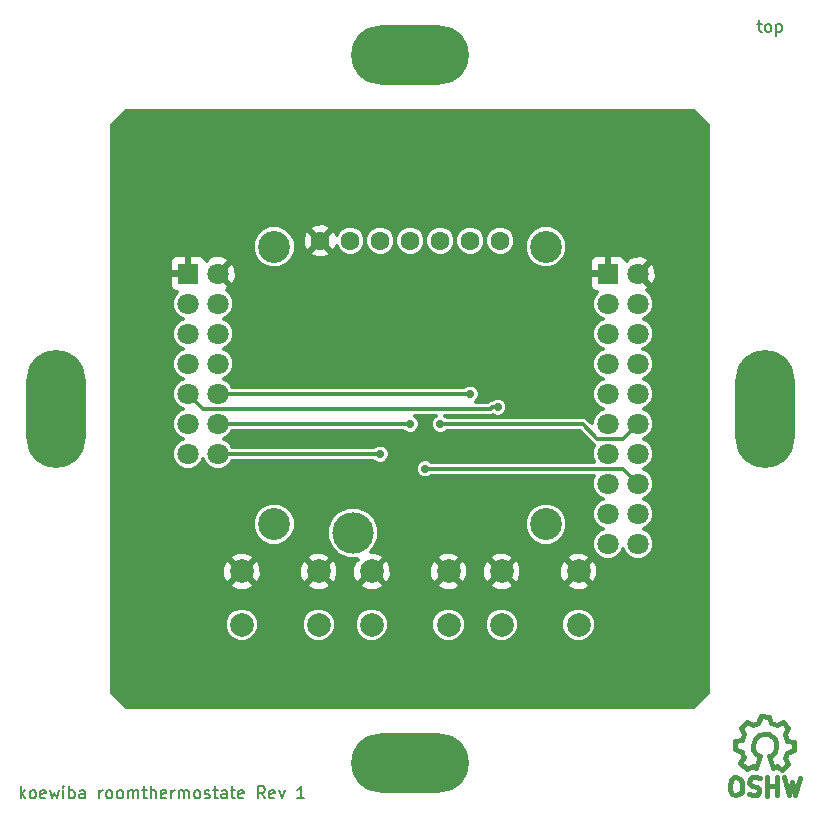
<source format=gbr>
G04 #@! TF.GenerationSoftware,KiCad,Pcbnew,5.0.0-fee4fd1~66~ubuntu16.04.1*
G04 #@! TF.CreationDate,2018-09-19T21:37:51+02:00*
G04 #@! TF.ProjectId,roomthermostat,726F6F6D746865726D6F737461742E6B,1*
G04 #@! TF.SameCoordinates,Original*
G04 #@! TF.FileFunction,Copper,L1,Top,Signal*
G04 #@! TF.FilePolarity,Positive*
%FSLAX46Y46*%
G04 Gerber Fmt 4.6, Leading zero omitted, Abs format (unit mm)*
G04 Created by KiCad (PCBNEW 5.0.0-fee4fd1~66~ubuntu16.04.1) date Wed Sep 19 21:37:51 2018*
%MOMM*%
%LPD*%
G01*
G04 APERTURE LIST*
G04 #@! TA.AperFunction,NonConductor*
%ADD10C,0.200000*%
G04 #@! TD*
G04 #@! TA.AperFunction,EtchedComponent*
%ADD11C,0.381000*%
G04 #@! TD*
G04 #@! TA.AperFunction,ComponentPad*
%ADD12C,1.800000*%
G04 #@! TD*
G04 #@! TA.AperFunction,ComponentPad*
%ADD13R,1.800000X1.800000*%
G04 #@! TD*
G04 #@! TA.AperFunction,ComponentPad*
%ADD14C,3.500000*%
G04 #@! TD*
G04 #@! TA.AperFunction,ComponentPad*
%ADD15O,10.000000X5.001260*%
G04 #@! TD*
G04 #@! TA.AperFunction,ComponentPad*
%ADD16O,5.001260X10.000000*%
G04 #@! TD*
G04 #@! TA.AperFunction,ComponentPad*
%ADD17C,2.700000*%
G04 #@! TD*
G04 #@! TA.AperFunction,ComponentPad*
%ADD18C,1.600000*%
G04 #@! TD*
G04 #@! TA.AperFunction,ComponentPad*
%ADD19C,2.000000*%
G04 #@! TD*
G04 #@! TA.AperFunction,ViaPad*
%ADD20C,0.700000*%
G04 #@! TD*
G04 #@! TA.AperFunction,Conductor*
%ADD21C,0.300000*%
G04 #@! TD*
G04 APERTURE END LIST*
D10*
X126299761Y-67770714D02*
X126680714Y-67770714D01*
X126442619Y-67437380D02*
X126442619Y-68294523D01*
X126490238Y-68389761D01*
X126585476Y-68437380D01*
X126680714Y-68437380D01*
X127156904Y-68437380D02*
X127061666Y-68389761D01*
X127014047Y-68342142D01*
X126966428Y-68246904D01*
X126966428Y-67961190D01*
X127014047Y-67865952D01*
X127061666Y-67818333D01*
X127156904Y-67770714D01*
X127299761Y-67770714D01*
X127395000Y-67818333D01*
X127442619Y-67865952D01*
X127490238Y-67961190D01*
X127490238Y-68246904D01*
X127442619Y-68342142D01*
X127395000Y-68389761D01*
X127299761Y-68437380D01*
X127156904Y-68437380D01*
X127918809Y-67770714D02*
X127918809Y-68770714D01*
X127918809Y-67818333D02*
X128014047Y-67770714D01*
X128204523Y-67770714D01*
X128299761Y-67818333D01*
X128347380Y-67865952D01*
X128395000Y-67961190D01*
X128395000Y-68246904D01*
X128347380Y-68342142D01*
X128299761Y-68389761D01*
X128204523Y-68437380D01*
X128014047Y-68437380D01*
X127918809Y-68389761D01*
X63938809Y-133322380D02*
X63938809Y-132322380D01*
X64034047Y-132941428D02*
X64319761Y-133322380D01*
X64319761Y-132655714D02*
X63938809Y-133036666D01*
X64891190Y-133322380D02*
X64795952Y-133274761D01*
X64748333Y-133227142D01*
X64700714Y-133131904D01*
X64700714Y-132846190D01*
X64748333Y-132750952D01*
X64795952Y-132703333D01*
X64891190Y-132655714D01*
X65034047Y-132655714D01*
X65129285Y-132703333D01*
X65176904Y-132750952D01*
X65224523Y-132846190D01*
X65224523Y-133131904D01*
X65176904Y-133227142D01*
X65129285Y-133274761D01*
X65034047Y-133322380D01*
X64891190Y-133322380D01*
X66034047Y-133274761D02*
X65938809Y-133322380D01*
X65748333Y-133322380D01*
X65653095Y-133274761D01*
X65605476Y-133179523D01*
X65605476Y-132798571D01*
X65653095Y-132703333D01*
X65748333Y-132655714D01*
X65938809Y-132655714D01*
X66034047Y-132703333D01*
X66081666Y-132798571D01*
X66081666Y-132893809D01*
X65605476Y-132989047D01*
X66415000Y-132655714D02*
X66605476Y-133322380D01*
X66795952Y-132846190D01*
X66986428Y-133322380D01*
X67176904Y-132655714D01*
X67557857Y-133322380D02*
X67557857Y-132655714D01*
X67557857Y-132322380D02*
X67510238Y-132370000D01*
X67557857Y-132417619D01*
X67605476Y-132370000D01*
X67557857Y-132322380D01*
X67557857Y-132417619D01*
X68034047Y-133322380D02*
X68034047Y-132322380D01*
X68034047Y-132703333D02*
X68129285Y-132655714D01*
X68319761Y-132655714D01*
X68415000Y-132703333D01*
X68462619Y-132750952D01*
X68510238Y-132846190D01*
X68510238Y-133131904D01*
X68462619Y-133227142D01*
X68415000Y-133274761D01*
X68319761Y-133322380D01*
X68129285Y-133322380D01*
X68034047Y-133274761D01*
X69367380Y-133322380D02*
X69367380Y-132798571D01*
X69319761Y-132703333D01*
X69224523Y-132655714D01*
X69034047Y-132655714D01*
X68938809Y-132703333D01*
X69367380Y-133274761D02*
X69272142Y-133322380D01*
X69034047Y-133322380D01*
X68938809Y-133274761D01*
X68891190Y-133179523D01*
X68891190Y-133084285D01*
X68938809Y-132989047D01*
X69034047Y-132941428D01*
X69272142Y-132941428D01*
X69367380Y-132893809D01*
X70605476Y-133322380D02*
X70605476Y-132655714D01*
X70605476Y-132846190D02*
X70653095Y-132750952D01*
X70700714Y-132703333D01*
X70795952Y-132655714D01*
X70891190Y-132655714D01*
X71367380Y-133322380D02*
X71272142Y-133274761D01*
X71224523Y-133227142D01*
X71176904Y-133131904D01*
X71176904Y-132846190D01*
X71224523Y-132750952D01*
X71272142Y-132703333D01*
X71367380Y-132655714D01*
X71510238Y-132655714D01*
X71605476Y-132703333D01*
X71653095Y-132750952D01*
X71700714Y-132846190D01*
X71700714Y-133131904D01*
X71653095Y-133227142D01*
X71605476Y-133274761D01*
X71510238Y-133322380D01*
X71367380Y-133322380D01*
X72272142Y-133322380D02*
X72176904Y-133274761D01*
X72129285Y-133227142D01*
X72081666Y-133131904D01*
X72081666Y-132846190D01*
X72129285Y-132750952D01*
X72176904Y-132703333D01*
X72272142Y-132655714D01*
X72415000Y-132655714D01*
X72510238Y-132703333D01*
X72557857Y-132750952D01*
X72605476Y-132846190D01*
X72605476Y-133131904D01*
X72557857Y-133227142D01*
X72510238Y-133274761D01*
X72415000Y-133322380D01*
X72272142Y-133322380D01*
X73034047Y-133322380D02*
X73034047Y-132655714D01*
X73034047Y-132750952D02*
X73081666Y-132703333D01*
X73176904Y-132655714D01*
X73319761Y-132655714D01*
X73415000Y-132703333D01*
X73462619Y-132798571D01*
X73462619Y-133322380D01*
X73462619Y-132798571D02*
X73510238Y-132703333D01*
X73605476Y-132655714D01*
X73748333Y-132655714D01*
X73843571Y-132703333D01*
X73891190Y-132798571D01*
X73891190Y-133322380D01*
X74224523Y-132655714D02*
X74605476Y-132655714D01*
X74367380Y-132322380D02*
X74367380Y-133179523D01*
X74415000Y-133274761D01*
X74510238Y-133322380D01*
X74605476Y-133322380D01*
X74938809Y-133322380D02*
X74938809Y-132322380D01*
X75367380Y-133322380D02*
X75367380Y-132798571D01*
X75319761Y-132703333D01*
X75224523Y-132655714D01*
X75081666Y-132655714D01*
X74986428Y-132703333D01*
X74938809Y-132750952D01*
X76224523Y-133274761D02*
X76129285Y-133322380D01*
X75938809Y-133322380D01*
X75843571Y-133274761D01*
X75795952Y-133179523D01*
X75795952Y-132798571D01*
X75843571Y-132703333D01*
X75938809Y-132655714D01*
X76129285Y-132655714D01*
X76224523Y-132703333D01*
X76272142Y-132798571D01*
X76272142Y-132893809D01*
X75795952Y-132989047D01*
X76700714Y-133322380D02*
X76700714Y-132655714D01*
X76700714Y-132846190D02*
X76748333Y-132750952D01*
X76795952Y-132703333D01*
X76891190Y-132655714D01*
X76986428Y-132655714D01*
X77319761Y-133322380D02*
X77319761Y-132655714D01*
X77319761Y-132750952D02*
X77367380Y-132703333D01*
X77462619Y-132655714D01*
X77605476Y-132655714D01*
X77700714Y-132703333D01*
X77748333Y-132798571D01*
X77748333Y-133322380D01*
X77748333Y-132798571D02*
X77795952Y-132703333D01*
X77891190Y-132655714D01*
X78034047Y-132655714D01*
X78129285Y-132703333D01*
X78176904Y-132798571D01*
X78176904Y-133322380D01*
X78795952Y-133322380D02*
X78700714Y-133274761D01*
X78653095Y-133227142D01*
X78605476Y-133131904D01*
X78605476Y-132846190D01*
X78653095Y-132750952D01*
X78700714Y-132703333D01*
X78795952Y-132655714D01*
X78938809Y-132655714D01*
X79034047Y-132703333D01*
X79081666Y-132750952D01*
X79129285Y-132846190D01*
X79129285Y-133131904D01*
X79081666Y-133227142D01*
X79034047Y-133274761D01*
X78938809Y-133322380D01*
X78795952Y-133322380D01*
X79510238Y-133274761D02*
X79605476Y-133322380D01*
X79795952Y-133322380D01*
X79891190Y-133274761D01*
X79938809Y-133179523D01*
X79938809Y-133131904D01*
X79891190Y-133036666D01*
X79795952Y-132989047D01*
X79653095Y-132989047D01*
X79557857Y-132941428D01*
X79510238Y-132846190D01*
X79510238Y-132798571D01*
X79557857Y-132703333D01*
X79653095Y-132655714D01*
X79795952Y-132655714D01*
X79891190Y-132703333D01*
X80224523Y-132655714D02*
X80605476Y-132655714D01*
X80367380Y-132322380D02*
X80367380Y-133179523D01*
X80415000Y-133274761D01*
X80510238Y-133322380D01*
X80605476Y-133322380D01*
X81367380Y-133322380D02*
X81367380Y-132798571D01*
X81319761Y-132703333D01*
X81224523Y-132655714D01*
X81034047Y-132655714D01*
X80938809Y-132703333D01*
X81367380Y-133274761D02*
X81272142Y-133322380D01*
X81034047Y-133322380D01*
X80938809Y-133274761D01*
X80891190Y-133179523D01*
X80891190Y-133084285D01*
X80938809Y-132989047D01*
X81034047Y-132941428D01*
X81272142Y-132941428D01*
X81367380Y-132893809D01*
X81700714Y-132655714D02*
X82081666Y-132655714D01*
X81843571Y-132322380D02*
X81843571Y-133179523D01*
X81891190Y-133274761D01*
X81986428Y-133322380D01*
X82081666Y-133322380D01*
X82795952Y-133274761D02*
X82700714Y-133322380D01*
X82510238Y-133322380D01*
X82415000Y-133274761D01*
X82367380Y-133179523D01*
X82367380Y-132798571D01*
X82415000Y-132703333D01*
X82510238Y-132655714D01*
X82700714Y-132655714D01*
X82795952Y-132703333D01*
X82843571Y-132798571D01*
X82843571Y-132893809D01*
X82367380Y-132989047D01*
X84605476Y-133322380D02*
X84272142Y-132846190D01*
X84034047Y-133322380D02*
X84034047Y-132322380D01*
X84415000Y-132322380D01*
X84510238Y-132370000D01*
X84557857Y-132417619D01*
X84605476Y-132512857D01*
X84605476Y-132655714D01*
X84557857Y-132750952D01*
X84510238Y-132798571D01*
X84415000Y-132846190D01*
X84034047Y-132846190D01*
X85415000Y-133274761D02*
X85319761Y-133322380D01*
X85129285Y-133322380D01*
X85034047Y-133274761D01*
X84986428Y-133179523D01*
X84986428Y-132798571D01*
X85034047Y-132703333D01*
X85129285Y-132655714D01*
X85319761Y-132655714D01*
X85415000Y-132703333D01*
X85462619Y-132798571D01*
X85462619Y-132893809D01*
X84986428Y-132989047D01*
X85795952Y-132655714D02*
X86034047Y-133322380D01*
X86272142Y-132655714D01*
X87938809Y-133322380D02*
X87367380Y-133322380D01*
X87653095Y-133322380D02*
X87653095Y-132322380D01*
X87557857Y-132465238D01*
X87462619Y-132560476D01*
X87367380Y-132608095D01*
D11*
G04 #@! TO.C,LOGO1*
X128583780Y-131559860D02*
X128944460Y-133030520D01*
X128944460Y-133030520D02*
X129223860Y-131968800D01*
X129223860Y-131968800D02*
X129533740Y-133040680D01*
X129533740Y-133040680D02*
X129874100Y-131590340D01*
X127163920Y-132250740D02*
X127953860Y-132240580D01*
X127953860Y-132240580D02*
X127964020Y-132250740D01*
X127964020Y-132250740D02*
X127964020Y-132240580D01*
X128004660Y-131529380D02*
X128004660Y-133071160D01*
X127115660Y-131519220D02*
X127115660Y-133088940D01*
X127115660Y-133088940D02*
X127125820Y-133078780D01*
X126564480Y-131620820D02*
X126213960Y-131539540D01*
X126213960Y-131539540D02*
X125893920Y-131529380D01*
X125893920Y-131529380D02*
X125655160Y-131730040D01*
X125655160Y-131730040D02*
X125624680Y-131999280D01*
X125624680Y-131999280D02*
X125865980Y-132240580D01*
X125865980Y-132240580D02*
X126254600Y-132370120D01*
X126254600Y-132370120D02*
X126434940Y-132530140D01*
X126434940Y-132530140D02*
X126475580Y-132829860D01*
X126475580Y-132829860D02*
X126244440Y-133050840D01*
X126244440Y-133050840D02*
X125924400Y-133078780D01*
X125924400Y-133078780D02*
X125573880Y-132969560D01*
X124535020Y-131519220D02*
X124286100Y-131539540D01*
X124286100Y-131539540D02*
X124044800Y-131780840D01*
X124044800Y-131780840D02*
X123955900Y-132271060D01*
X123955900Y-132271060D02*
X123983840Y-132619040D01*
X123983840Y-132619040D02*
X124184500Y-132939080D01*
X124184500Y-132939080D02*
X124435960Y-133061000D01*
X124435960Y-133061000D02*
X124745840Y-132989880D01*
X124745840Y-132989880D02*
X124964280Y-132809540D01*
X124964280Y-132809540D02*
X125035400Y-132349800D01*
X125035400Y-132349800D02*
X124984600Y-131940860D01*
X124984600Y-131940860D02*
X124875380Y-131658920D01*
X124875380Y-131658920D02*
X124514700Y-131529380D01*
X125134460Y-129799640D02*
X124875380Y-130360980D01*
X124875380Y-130360980D02*
X125413860Y-130879140D01*
X125413860Y-130879140D02*
X125934560Y-130609900D01*
X125934560Y-130609900D02*
X126213960Y-130769920D01*
X127654140Y-130749600D02*
X127984340Y-130559100D01*
X127984340Y-130559100D02*
X128423760Y-130889300D01*
X128423760Y-130889300D02*
X128896200Y-130399080D01*
X128896200Y-130399080D02*
X128614260Y-129919020D01*
X128614260Y-129919020D02*
X128804760Y-129449120D01*
X128804760Y-129449120D02*
X129414360Y-129261160D01*
X129414360Y-129261160D02*
X129414360Y-128580440D01*
X129414360Y-128580440D02*
X128855560Y-128440740D01*
X128855560Y-128440740D02*
X128654900Y-127869240D01*
X128654900Y-127869240D02*
X128924140Y-127399340D01*
X128924140Y-127399340D02*
X128454240Y-126888800D01*
X128454240Y-126888800D02*
X127936080Y-127150420D01*
X127936080Y-127150420D02*
X127466180Y-126949760D01*
X127466180Y-126949760D02*
X127296000Y-126408740D01*
X127296000Y-126408740D02*
X126605120Y-126390960D01*
X126605120Y-126390960D02*
X126394300Y-126939600D01*
X126394300Y-126939600D02*
X125975200Y-127109780D01*
X125975200Y-127109780D02*
X125424020Y-126840540D01*
X125424020Y-126840540D02*
X124905860Y-127368860D01*
X124905860Y-127368860D02*
X125154780Y-127909880D01*
X125154780Y-127909880D02*
X124984600Y-128389940D01*
X124984600Y-128389940D02*
X124435960Y-128489000D01*
X124435960Y-128489000D02*
X124425800Y-129190040D01*
X124425800Y-129190040D02*
X124984600Y-129390700D01*
X124984600Y-129390700D02*
X125124300Y-129789480D01*
X127265520Y-129769160D02*
X127565240Y-129619300D01*
X127565240Y-129619300D02*
X127765900Y-129421180D01*
X127765900Y-129421180D02*
X127915760Y-129019860D01*
X127915760Y-129019860D02*
X127915760Y-128621080D01*
X127915760Y-128621080D02*
X127765900Y-128270560D01*
X127765900Y-128270560D02*
X127313780Y-127920040D01*
X127313780Y-127920040D02*
X126864200Y-127869240D01*
X126864200Y-127869240D02*
X126465420Y-127970840D01*
X126465420Y-127970840D02*
X126064100Y-128318820D01*
X126064100Y-128318820D02*
X125914240Y-128770940D01*
X125914240Y-128770940D02*
X125965040Y-129268780D01*
X125965040Y-129268780D02*
X126213960Y-129571040D01*
X126213960Y-129571040D02*
X126564480Y-129769160D01*
X126564480Y-129769160D02*
X126213960Y-130769920D01*
X127265520Y-129769160D02*
X127664300Y-130769920D01*
G04 #@! TD*
D12*
G04 #@! TO.P,MOD1,34*
G04 #@! TO.N,/DISP_SCK*
X80645000Y-104140000D03*
G04 #@! TO.P,MOD1,33*
G04 #@! TO.N,N/C*
X78105000Y-104140000D03*
G04 #@! TO.P,MOD1,32*
G04 #@! TO.N,/DISP_MOSI*
X80645000Y-101600000D03*
G04 #@! TO.P,MOD1,31*
G04 #@! TO.N,N/C*
X78105000Y-101600000D03*
G04 #@! TO.P,MOD1,30*
G04 #@! TO.N,/DISP_A0*
X80645000Y-99060000D03*
G04 #@! TO.P,MOD1,29*
G04 #@! TO.N,//DISP_CS*
X78105000Y-99060000D03*
G04 #@! TO.P,MOD1,28*
G04 #@! TO.N,N/C*
X80645000Y-96520000D03*
G04 #@! TO.P,MOD1,27*
X78105000Y-96520000D03*
G04 #@! TO.P,MOD1,26*
X80645000Y-93980000D03*
G04 #@! TO.P,MOD1,25*
X78105000Y-93980000D03*
G04 #@! TO.P,MOD1,24*
G04 #@! TO.N,VCC*
X80645000Y-91440000D03*
G04 #@! TO.P,MOD1,23*
X78105000Y-91440000D03*
G04 #@! TO.P,MOD1,22*
G04 #@! TO.N,GND*
X80645000Y-88900000D03*
D13*
G04 #@! TO.P,MOD1,21*
X78105000Y-88900000D03*
D12*
G04 #@! TO.P,MOD1,20*
G04 #@! TO.N,N/C*
X116205000Y-111790000D03*
G04 #@! TO.P,MOD1,19*
X113665000Y-111760000D03*
G04 #@! TO.P,MOD1,18*
X116205000Y-109250000D03*
G04 #@! TO.P,MOD1,17*
X113665000Y-109220000D03*
G04 #@! TO.P,MOD1,16*
G04 #@! TO.N,/TEMP*
X116205000Y-106710000D03*
G04 #@! TO.P,MOD1,15*
G04 #@! TO.N,N/C*
X113665000Y-106680000D03*
G04 #@! TO.P,MOD1,14*
X116205000Y-104170000D03*
G04 #@! TO.P,MOD1,13*
X113665000Y-104140000D03*
G04 #@! TO.P,MOD1,12*
G04 #@! TO.N,//RESET*
X116205000Y-101630000D03*
G04 #@! TO.P,MOD1,11*
G04 #@! TO.N,N/C*
X113665000Y-101600000D03*
G04 #@! TO.P,MOD1,10*
X116205000Y-99090000D03*
G04 #@! TO.P,MOD1,9*
X113665000Y-99060000D03*
G04 #@! TO.P,MOD1,8*
G04 #@! TO.N,/KEY2*
X116205000Y-96550000D03*
G04 #@! TO.P,MOD1,7*
G04 #@! TO.N,N/C*
X113665000Y-96520000D03*
G04 #@! TO.P,MOD1,6*
G04 #@! TO.N,/KEY0*
X116205000Y-93980000D03*
G04 #@! TO.P,MOD1,5*
G04 #@! TO.N,/KEY1*
X113665000Y-93980000D03*
G04 #@! TO.P,MOD1,4*
G04 #@! TO.N,VCC*
X116205000Y-91470000D03*
G04 #@! TO.P,MOD1,3*
X113665000Y-91440000D03*
G04 #@! TO.P,MOD1,2*
G04 #@! TO.N,GND*
X116205000Y-88930000D03*
D13*
G04 #@! TO.P,MOD1,1*
X113665000Y-88900000D03*
D14*
G04 #@! TO.P,MOD1,41*
G04 #@! TO.N,N/C*
X92075000Y-110840000D03*
G04 #@! TD*
D15*
G04 #@! TO.P,H1,1*
G04 #@! TO.N,N/C*
X96915000Y-70370000D03*
G04 #@! TD*
D16*
G04 #@! TO.P,H4,1*
G04 #@! TO.N,N/C*
X66915000Y-100370000D03*
G04 #@! TD*
G04 #@! TO.P,H2,1*
G04 #@! TO.N,N/C*
X126915000Y-100370000D03*
G04 #@! TD*
D15*
G04 #@! TO.P,H3,1*
G04 #@! TO.N,N/C*
X96915000Y-130370000D03*
G04 #@! TD*
D17*
G04 #@! TO.P,MOD2,H*
G04 #@! TO.N,N/C*
X108415000Y-86620000D03*
X85415000Y-86620000D03*
X85415000Y-110120000D03*
X108415000Y-110120000D03*
D18*
G04 #@! TO.P,MOD2,4*
G04 #@! TO.N,/DISP_MOSI*
X96915000Y-86120000D03*
G04 #@! TO.P,MOD2,5*
G04 #@! TO.N,//RESET*
X99455000Y-86120000D03*
G04 #@! TO.P,MOD2,6*
G04 #@! TO.N,/DISP_A0*
X101995000Y-86120000D03*
G04 #@! TO.P,MOD2,7*
G04 #@! TO.N,//DISP_CS*
X104535000Y-86120000D03*
G04 #@! TO.P,MOD2,3*
G04 #@! TO.N,/DISP_SCK*
X94375000Y-86120000D03*
G04 #@! TO.P,MOD2,2*
G04 #@! TO.N,VCC*
X91835000Y-86120000D03*
G04 #@! TO.P,MOD2,1*
G04 #@! TO.N,GND*
X89295000Y-86120000D03*
G04 #@! TD*
D19*
G04 #@! TO.P,S1,1*
G04 #@! TO.N,GND*
X82665000Y-114120000D03*
G04 #@! TO.P,S1,2*
G04 #@! TO.N,/KEY0*
X82665000Y-118620000D03*
G04 #@! TO.P,S1,1*
G04 #@! TO.N,GND*
X89165000Y-114120000D03*
G04 #@! TO.P,S1,2*
G04 #@! TO.N,/KEY0*
X89165000Y-118620000D03*
G04 #@! TD*
G04 #@! TO.P,S2,1*
G04 #@! TO.N,GND*
X93665000Y-114120000D03*
G04 #@! TO.P,S2,2*
G04 #@! TO.N,/KEY1*
X93665000Y-118620000D03*
G04 #@! TO.P,S2,1*
G04 #@! TO.N,GND*
X100165000Y-114120000D03*
G04 #@! TO.P,S2,2*
G04 #@! TO.N,/KEY1*
X100165000Y-118620000D03*
G04 #@! TD*
G04 #@! TO.P,S3,1*
G04 #@! TO.N,GND*
X104665000Y-114120000D03*
G04 #@! TO.P,S3,2*
G04 #@! TO.N,/KEY2*
X104665000Y-118620000D03*
G04 #@! TO.P,S3,1*
G04 #@! TO.N,GND*
X111165000Y-114120000D03*
G04 #@! TO.P,S3,2*
G04 #@! TO.N,/KEY2*
X111165000Y-118620000D03*
G04 #@! TD*
D20*
G04 #@! TO.N,GND*
X95010000Y-79415000D03*
G04 #@! TO.N,/DISP_SCK*
X94375000Y-104180000D03*
G04 #@! TO.N,/DISP_MOSI*
X96915000Y-101640000D03*
G04 #@! TO.N,/DISP_A0*
X101995000Y-99100000D03*
G04 #@! TO.N,//DISP_CS*
X104345123Y-100204913D03*
G04 #@! TO.N,/TEMP*
X98186960Y-105434291D03*
G04 #@! TO.N,//RESET*
X99455000Y-101640000D03*
G04 #@! TD*
D21*
G04 #@! TO.N,/DISP_SCK*
X80645000Y-104140000D02*
X94335000Y-104140000D01*
X94335000Y-104140000D02*
X94375000Y-104180000D01*
G04 #@! TO.N,/DISP_MOSI*
X80645000Y-101600000D02*
X96875000Y-101600000D01*
X96875000Y-101600000D02*
X96915000Y-101640000D01*
G04 #@! TO.N,/DISP_A0*
X80645000Y-99060000D02*
X101955000Y-99060000D01*
X101955000Y-99060000D02*
X101995000Y-99100000D01*
G04 #@! TO.N,//DISP_CS*
X103850149Y-100204913D02*
X104345123Y-100204913D01*
X103724188Y-100330874D02*
X103850149Y-100204913D01*
X79375874Y-100330874D02*
X103724188Y-100330874D01*
X78105000Y-99060000D02*
X79375874Y-100330874D01*
G04 #@! TO.N,/TEMP*
X98681934Y-105434291D02*
X98186960Y-105434291D01*
X98691746Y-105424479D02*
X98681934Y-105434291D01*
X114919479Y-105424479D02*
X98691746Y-105424479D01*
X116205000Y-106710000D02*
X114919479Y-105424479D01*
G04 #@! TO.N,//RESET*
X99455000Y-101640000D02*
X111520000Y-101640000D01*
X111520000Y-101640000D02*
X112744822Y-102864822D01*
X112744822Y-102864822D02*
X114970178Y-102864822D01*
X114970178Y-102864822D02*
X116205000Y-101630000D01*
G04 #@! TD*
G04 #@! TO.N,GND*
G36*
X122165000Y-76302132D02*
X122165000Y-124437868D01*
X120982868Y-125620000D01*
X72847132Y-125620000D01*
X71665000Y-124437868D01*
X71665000Y-118331577D01*
X81215000Y-118331577D01*
X81215000Y-118908423D01*
X81435750Y-119441359D01*
X81843641Y-119849250D01*
X82376577Y-120070000D01*
X82953423Y-120070000D01*
X83486359Y-119849250D01*
X83894250Y-119441359D01*
X84115000Y-118908423D01*
X84115000Y-118331577D01*
X87715000Y-118331577D01*
X87715000Y-118908423D01*
X87935750Y-119441359D01*
X88343641Y-119849250D01*
X88876577Y-120070000D01*
X89453423Y-120070000D01*
X89986359Y-119849250D01*
X90394250Y-119441359D01*
X90615000Y-118908423D01*
X90615000Y-118331577D01*
X92215000Y-118331577D01*
X92215000Y-118908423D01*
X92435750Y-119441359D01*
X92843641Y-119849250D01*
X93376577Y-120070000D01*
X93953423Y-120070000D01*
X94486359Y-119849250D01*
X94894250Y-119441359D01*
X95115000Y-118908423D01*
X95115000Y-118331577D01*
X98715000Y-118331577D01*
X98715000Y-118908423D01*
X98935750Y-119441359D01*
X99343641Y-119849250D01*
X99876577Y-120070000D01*
X100453423Y-120070000D01*
X100986359Y-119849250D01*
X101394250Y-119441359D01*
X101615000Y-118908423D01*
X101615000Y-118331577D01*
X103215000Y-118331577D01*
X103215000Y-118908423D01*
X103435750Y-119441359D01*
X103843641Y-119849250D01*
X104376577Y-120070000D01*
X104953423Y-120070000D01*
X105486359Y-119849250D01*
X105894250Y-119441359D01*
X106115000Y-118908423D01*
X106115000Y-118331577D01*
X109715000Y-118331577D01*
X109715000Y-118908423D01*
X109935750Y-119441359D01*
X110343641Y-119849250D01*
X110876577Y-120070000D01*
X111453423Y-120070000D01*
X111986359Y-119849250D01*
X112394250Y-119441359D01*
X112615000Y-118908423D01*
X112615000Y-118331577D01*
X112394250Y-117798641D01*
X111986359Y-117390750D01*
X111453423Y-117170000D01*
X110876577Y-117170000D01*
X110343641Y-117390750D01*
X109935750Y-117798641D01*
X109715000Y-118331577D01*
X106115000Y-118331577D01*
X105894250Y-117798641D01*
X105486359Y-117390750D01*
X104953423Y-117170000D01*
X104376577Y-117170000D01*
X103843641Y-117390750D01*
X103435750Y-117798641D01*
X103215000Y-118331577D01*
X101615000Y-118331577D01*
X101394250Y-117798641D01*
X100986359Y-117390750D01*
X100453423Y-117170000D01*
X99876577Y-117170000D01*
X99343641Y-117390750D01*
X98935750Y-117798641D01*
X98715000Y-118331577D01*
X95115000Y-118331577D01*
X94894250Y-117798641D01*
X94486359Y-117390750D01*
X93953423Y-117170000D01*
X93376577Y-117170000D01*
X92843641Y-117390750D01*
X92435750Y-117798641D01*
X92215000Y-118331577D01*
X90615000Y-118331577D01*
X90394250Y-117798641D01*
X89986359Y-117390750D01*
X89453423Y-117170000D01*
X88876577Y-117170000D01*
X88343641Y-117390750D01*
X87935750Y-117798641D01*
X87715000Y-118331577D01*
X84115000Y-118331577D01*
X83894250Y-117798641D01*
X83486359Y-117390750D01*
X82953423Y-117170000D01*
X82376577Y-117170000D01*
X81843641Y-117390750D01*
X81435750Y-117798641D01*
X81215000Y-118331577D01*
X71665000Y-118331577D01*
X71665000Y-115270063D01*
X81662016Y-115270063D01*
X81757379Y-115546168D01*
X82372239Y-115784939D01*
X83031668Y-115770238D01*
X83572621Y-115546168D01*
X83667984Y-115270063D01*
X88162016Y-115270063D01*
X88257379Y-115546168D01*
X88872239Y-115784939D01*
X89531668Y-115770238D01*
X90072621Y-115546168D01*
X90167984Y-115270063D01*
X92662016Y-115270063D01*
X92757379Y-115546168D01*
X93372239Y-115784939D01*
X94031668Y-115770238D01*
X94572621Y-115546168D01*
X94667984Y-115270063D01*
X99162016Y-115270063D01*
X99257379Y-115546168D01*
X99872239Y-115784939D01*
X100531668Y-115770238D01*
X101072621Y-115546168D01*
X101167984Y-115270063D01*
X103662016Y-115270063D01*
X103757379Y-115546168D01*
X104372239Y-115784939D01*
X105031668Y-115770238D01*
X105572621Y-115546168D01*
X105667984Y-115270063D01*
X110162016Y-115270063D01*
X110257379Y-115546168D01*
X110872239Y-115784939D01*
X111531668Y-115770238D01*
X112072621Y-115546168D01*
X112167984Y-115270063D01*
X111165000Y-114267078D01*
X110162016Y-115270063D01*
X105667984Y-115270063D01*
X104665000Y-114267078D01*
X103662016Y-115270063D01*
X101167984Y-115270063D01*
X100165000Y-114267078D01*
X99162016Y-115270063D01*
X94667984Y-115270063D01*
X93665000Y-114267078D01*
X92662016Y-115270063D01*
X90167984Y-115270063D01*
X89165000Y-114267078D01*
X88162016Y-115270063D01*
X83667984Y-115270063D01*
X82665000Y-114267078D01*
X81662016Y-115270063D01*
X71665000Y-115270063D01*
X71665000Y-113827239D01*
X81000061Y-113827239D01*
X81014762Y-114486668D01*
X81238832Y-115027621D01*
X81514937Y-115122984D01*
X82517922Y-114120000D01*
X82812078Y-114120000D01*
X83815063Y-115122984D01*
X84091168Y-115027621D01*
X84329939Y-114412761D01*
X84316886Y-113827239D01*
X87500061Y-113827239D01*
X87514762Y-114486668D01*
X87738832Y-115027621D01*
X88014937Y-115122984D01*
X89017922Y-114120000D01*
X89312078Y-114120000D01*
X90315063Y-115122984D01*
X90591168Y-115027621D01*
X90829939Y-114412761D01*
X90815238Y-113753332D01*
X90591168Y-113212379D01*
X90315063Y-113117016D01*
X89312078Y-114120000D01*
X89017922Y-114120000D01*
X88014937Y-113117016D01*
X87738832Y-113212379D01*
X87500061Y-113827239D01*
X84316886Y-113827239D01*
X84315238Y-113753332D01*
X84091168Y-113212379D01*
X83815063Y-113117016D01*
X82812078Y-114120000D01*
X82517922Y-114120000D01*
X81514937Y-113117016D01*
X81238832Y-113212379D01*
X81000061Y-113827239D01*
X71665000Y-113827239D01*
X71665000Y-112969937D01*
X81662016Y-112969937D01*
X82665000Y-113972922D01*
X83667984Y-112969937D01*
X88162016Y-112969937D01*
X89165000Y-113972922D01*
X90167984Y-112969937D01*
X90072621Y-112693832D01*
X89457761Y-112455061D01*
X88798332Y-112469762D01*
X88257379Y-112693832D01*
X88162016Y-112969937D01*
X83667984Y-112969937D01*
X83572621Y-112693832D01*
X82957761Y-112455061D01*
X82298332Y-112469762D01*
X81757379Y-112693832D01*
X81662016Y-112969937D01*
X71665000Y-112969937D01*
X71665000Y-109761958D01*
X83615000Y-109761958D01*
X83615000Y-110478042D01*
X83889034Y-111139618D01*
X84395382Y-111645966D01*
X85056958Y-111920000D01*
X85773042Y-111920000D01*
X86434618Y-111645966D01*
X86940966Y-111139618D01*
X87215000Y-110478042D01*
X87215000Y-110402393D01*
X89875000Y-110402393D01*
X89875000Y-111277607D01*
X90209930Y-112086200D01*
X90828800Y-112705070D01*
X91637393Y-113040000D01*
X92437919Y-113040000D01*
X92514936Y-113117017D01*
X92238832Y-113212379D01*
X92000061Y-113827239D01*
X92014762Y-114486668D01*
X92238832Y-115027621D01*
X92514937Y-115122984D01*
X93517922Y-114120000D01*
X93812078Y-114120000D01*
X94815063Y-115122984D01*
X95091168Y-115027621D01*
X95329939Y-114412761D01*
X95316886Y-113827239D01*
X98500061Y-113827239D01*
X98514762Y-114486668D01*
X98738832Y-115027621D01*
X99014937Y-115122984D01*
X100017922Y-114120000D01*
X100312078Y-114120000D01*
X101315063Y-115122984D01*
X101591168Y-115027621D01*
X101829939Y-114412761D01*
X101816886Y-113827239D01*
X103000061Y-113827239D01*
X103014762Y-114486668D01*
X103238832Y-115027621D01*
X103514937Y-115122984D01*
X104517922Y-114120000D01*
X104812078Y-114120000D01*
X105815063Y-115122984D01*
X106091168Y-115027621D01*
X106329939Y-114412761D01*
X106316886Y-113827239D01*
X109500061Y-113827239D01*
X109514762Y-114486668D01*
X109738832Y-115027621D01*
X110014937Y-115122984D01*
X111017922Y-114120000D01*
X111312078Y-114120000D01*
X112315063Y-115122984D01*
X112591168Y-115027621D01*
X112829939Y-114412761D01*
X112815238Y-113753332D01*
X112591168Y-113212379D01*
X112315063Y-113117016D01*
X111312078Y-114120000D01*
X111017922Y-114120000D01*
X110014937Y-113117016D01*
X109738832Y-113212379D01*
X109500061Y-113827239D01*
X106316886Y-113827239D01*
X106315238Y-113753332D01*
X106091168Y-113212379D01*
X105815063Y-113117016D01*
X104812078Y-114120000D01*
X104517922Y-114120000D01*
X103514937Y-113117016D01*
X103238832Y-113212379D01*
X103000061Y-113827239D01*
X101816886Y-113827239D01*
X101815238Y-113753332D01*
X101591168Y-113212379D01*
X101315063Y-113117016D01*
X100312078Y-114120000D01*
X100017922Y-114120000D01*
X99014937Y-113117016D01*
X98738832Y-113212379D01*
X98500061Y-113827239D01*
X95316886Y-113827239D01*
X95315238Y-113753332D01*
X95091168Y-113212379D01*
X94815063Y-113117016D01*
X93812078Y-114120000D01*
X93517922Y-114120000D01*
X93503779Y-114105858D01*
X93650858Y-113958779D01*
X93665000Y-113972922D01*
X94667984Y-112969937D01*
X99162016Y-112969937D01*
X100165000Y-113972922D01*
X101167984Y-112969937D01*
X103662016Y-112969937D01*
X104665000Y-113972922D01*
X105667984Y-112969937D01*
X110162016Y-112969937D01*
X111165000Y-113972922D01*
X112167984Y-112969937D01*
X112072621Y-112693832D01*
X111457761Y-112455061D01*
X110798332Y-112469762D01*
X110257379Y-112693832D01*
X110162016Y-112969937D01*
X105667984Y-112969937D01*
X105572621Y-112693832D01*
X104957761Y-112455061D01*
X104298332Y-112469762D01*
X103757379Y-112693832D01*
X103662016Y-112969937D01*
X101167984Y-112969937D01*
X101072621Y-112693832D01*
X100457761Y-112455061D01*
X99798332Y-112469762D01*
X99257379Y-112693832D01*
X99162016Y-112969937D01*
X94667984Y-112969937D01*
X94572621Y-112693832D01*
X93957761Y-112455061D01*
X93562395Y-112463875D01*
X93940070Y-112086200D01*
X94275000Y-111277607D01*
X94275000Y-110402393D01*
X94009724Y-109761958D01*
X106615000Y-109761958D01*
X106615000Y-110478042D01*
X106889034Y-111139618D01*
X107395382Y-111645966D01*
X108056958Y-111920000D01*
X108773042Y-111920000D01*
X109434618Y-111645966D01*
X109940966Y-111139618D01*
X110215000Y-110478042D01*
X110215000Y-109761958D01*
X109940966Y-109100382D01*
X109434618Y-108594034D01*
X108773042Y-108320000D01*
X108056958Y-108320000D01*
X107395382Y-108594034D01*
X106889034Y-109100382D01*
X106615000Y-109761958D01*
X94009724Y-109761958D01*
X93940070Y-109593800D01*
X93321200Y-108974930D01*
X92512607Y-108640000D01*
X91637393Y-108640000D01*
X90828800Y-108974930D01*
X90209930Y-109593800D01*
X89875000Y-110402393D01*
X87215000Y-110402393D01*
X87215000Y-109761958D01*
X86940966Y-109100382D01*
X86434618Y-108594034D01*
X85773042Y-108320000D01*
X85056958Y-108320000D01*
X84395382Y-108594034D01*
X83889034Y-109100382D01*
X83615000Y-109761958D01*
X71665000Y-109761958D01*
X71665000Y-89168500D01*
X76547000Y-89168500D01*
X76547000Y-89930884D01*
X76647174Y-90172727D01*
X76832273Y-90357825D01*
X77074115Y-90458000D01*
X77177811Y-90458000D01*
X76960525Y-90675286D01*
X76755000Y-91171468D01*
X76755000Y-91708532D01*
X76960525Y-92204714D01*
X77340286Y-92584475D01*
X77643331Y-92710000D01*
X77340286Y-92835525D01*
X76960525Y-93215286D01*
X76755000Y-93711468D01*
X76755000Y-94248532D01*
X76960525Y-94744714D01*
X77340286Y-95124475D01*
X77643331Y-95250000D01*
X77340286Y-95375525D01*
X76960525Y-95755286D01*
X76755000Y-96251468D01*
X76755000Y-96788532D01*
X76960525Y-97284714D01*
X77340286Y-97664475D01*
X77643331Y-97790000D01*
X77340286Y-97915525D01*
X76960525Y-98295286D01*
X76755000Y-98791468D01*
X76755000Y-99328532D01*
X76960525Y-99824714D01*
X77340286Y-100204475D01*
X77643331Y-100330000D01*
X77340286Y-100455525D01*
X76960525Y-100835286D01*
X76755000Y-101331468D01*
X76755000Y-101868532D01*
X76960525Y-102364714D01*
X77340286Y-102744475D01*
X77643331Y-102870000D01*
X77340286Y-102995525D01*
X76960525Y-103375286D01*
X76755000Y-103871468D01*
X76755000Y-104408532D01*
X76960525Y-104904714D01*
X77340286Y-105284475D01*
X77836468Y-105490000D01*
X78373532Y-105490000D01*
X78869714Y-105284475D01*
X79249475Y-104904714D01*
X79375000Y-104601669D01*
X79500525Y-104904714D01*
X79880286Y-105284475D01*
X80376468Y-105490000D01*
X80913532Y-105490000D01*
X81409714Y-105284475D01*
X81789475Y-104904714D01*
X81857702Y-104740000D01*
X93803629Y-104740000D01*
X93921836Y-104858207D01*
X94215870Y-104980000D01*
X94534130Y-104980000D01*
X94828164Y-104858207D01*
X95053207Y-104633164D01*
X95175000Y-104339130D01*
X95175000Y-104020870D01*
X95053207Y-103726836D01*
X94828164Y-103501793D01*
X94534130Y-103380000D01*
X94215870Y-103380000D01*
X93921836Y-103501793D01*
X93883629Y-103540000D01*
X81857702Y-103540000D01*
X81789475Y-103375286D01*
X81409714Y-102995525D01*
X81106669Y-102870000D01*
X81409714Y-102744475D01*
X81789475Y-102364714D01*
X81857702Y-102200000D01*
X96343629Y-102200000D01*
X96461836Y-102318207D01*
X96755870Y-102440000D01*
X97074130Y-102440000D01*
X97368164Y-102318207D01*
X97593207Y-102093164D01*
X97715000Y-101799130D01*
X97715000Y-101480870D01*
X97593207Y-101186836D01*
X97368164Y-100961793D01*
X97293519Y-100930874D01*
X99076481Y-100930874D01*
X99001836Y-100961793D01*
X98776793Y-101186836D01*
X98655000Y-101480870D01*
X98655000Y-101799130D01*
X98776793Y-102093164D01*
X99001836Y-102318207D01*
X99295870Y-102440000D01*
X99614130Y-102440000D01*
X99908164Y-102318207D01*
X99986371Y-102240000D01*
X111271473Y-102240000D01*
X112278775Y-103247303D01*
X112312247Y-103297397D01*
X112500645Y-103423281D01*
X112315000Y-103871468D01*
X112315000Y-104408532D01*
X112487291Y-104824479D01*
X98750832Y-104824479D01*
X98698013Y-104813973D01*
X98640124Y-104756084D01*
X98346090Y-104634291D01*
X98027830Y-104634291D01*
X97733796Y-104756084D01*
X97508753Y-104981127D01*
X97386960Y-105275161D01*
X97386960Y-105593421D01*
X97508753Y-105887455D01*
X97733796Y-106112498D01*
X98027830Y-106234291D01*
X98346090Y-106234291D01*
X98640124Y-106112498D01*
X98712697Y-106039925D01*
X98741020Y-106034291D01*
X98741025Y-106034291D01*
X98790353Y-106024479D01*
X112475296Y-106024479D01*
X112315000Y-106411468D01*
X112315000Y-106948532D01*
X112520525Y-107444714D01*
X112900286Y-107824475D01*
X113203331Y-107950000D01*
X112900286Y-108075525D01*
X112520525Y-108455286D01*
X112315000Y-108951468D01*
X112315000Y-109488532D01*
X112520525Y-109984714D01*
X112900286Y-110364475D01*
X113203331Y-110490000D01*
X112900286Y-110615525D01*
X112520525Y-110995286D01*
X112315000Y-111491468D01*
X112315000Y-112028532D01*
X112520525Y-112524714D01*
X112900286Y-112904475D01*
X113396468Y-113110000D01*
X113933532Y-113110000D01*
X114429714Y-112904475D01*
X114809475Y-112524714D01*
X114928787Y-112236669D01*
X115060525Y-112554714D01*
X115440286Y-112934475D01*
X115936468Y-113140000D01*
X116473532Y-113140000D01*
X116969714Y-112934475D01*
X117349475Y-112554714D01*
X117555000Y-112058532D01*
X117555000Y-111521468D01*
X117349475Y-111025286D01*
X116969714Y-110645525D01*
X116666669Y-110520000D01*
X116969714Y-110394475D01*
X117349475Y-110014714D01*
X117555000Y-109518532D01*
X117555000Y-108981468D01*
X117349475Y-108485286D01*
X116969714Y-108105525D01*
X116666669Y-107980000D01*
X116969714Y-107854475D01*
X117349475Y-107474714D01*
X117555000Y-106978532D01*
X117555000Y-106441468D01*
X117349475Y-105945286D01*
X116969714Y-105565525D01*
X116666669Y-105440000D01*
X116969714Y-105314475D01*
X117349475Y-104934714D01*
X117555000Y-104438532D01*
X117555000Y-103901468D01*
X117349475Y-103405286D01*
X116969714Y-103025525D01*
X116666669Y-102900000D01*
X116969714Y-102774475D01*
X117349475Y-102394714D01*
X117555000Y-101898532D01*
X117555000Y-101361468D01*
X117349475Y-100865286D01*
X116969714Y-100485525D01*
X116666669Y-100360000D01*
X116969714Y-100234475D01*
X117349475Y-99854714D01*
X117555000Y-99358532D01*
X117555000Y-98821468D01*
X117349475Y-98325286D01*
X116969714Y-97945525D01*
X116666669Y-97820000D01*
X116969714Y-97694475D01*
X117349475Y-97314714D01*
X117555000Y-96818532D01*
X117555000Y-96281468D01*
X117349475Y-95785286D01*
X116969714Y-95405525D01*
X116630456Y-95265000D01*
X116969714Y-95124475D01*
X117349475Y-94744714D01*
X117555000Y-94248532D01*
X117555000Y-93711468D01*
X117349475Y-93215286D01*
X116969714Y-92835525D01*
X116702883Y-92725000D01*
X116969714Y-92614475D01*
X117349475Y-92234714D01*
X117555000Y-91738532D01*
X117555000Y-91201468D01*
X117349475Y-90705286D01*
X116969714Y-90325525D01*
X116948359Y-90316679D01*
X117052569Y-90273514D01*
X117135708Y-90007786D01*
X116205000Y-89077078D01*
X116190858Y-89091221D01*
X116043780Y-88944143D01*
X116057922Y-88930000D01*
X116352078Y-88930000D01*
X117282786Y-89860708D01*
X117548514Y-89777569D01*
X117770597Y-89198911D01*
X117754331Y-88579314D01*
X117548514Y-88082431D01*
X117282786Y-87999292D01*
X116352078Y-88930000D01*
X116057922Y-88930000D01*
X116043780Y-88915858D01*
X116190858Y-88768780D01*
X116205000Y-88782922D01*
X117135708Y-87852214D01*
X117052569Y-87586486D01*
X116473911Y-87364403D01*
X115854314Y-87380669D01*
X115357431Y-87586486D01*
X115274293Y-87852212D01*
X115174778Y-87752697D01*
X115122826Y-87627273D01*
X114937727Y-87442175D01*
X114695885Y-87342000D01*
X113933500Y-87342000D01*
X113769000Y-87506500D01*
X113769000Y-88796000D01*
X113789000Y-88796000D01*
X113789000Y-89004000D01*
X113769000Y-89004000D01*
X113769000Y-89024000D01*
X113561000Y-89024000D01*
X113561000Y-89004000D01*
X112271500Y-89004000D01*
X112107000Y-89168500D01*
X112107000Y-89930884D01*
X112207174Y-90172727D01*
X112392273Y-90357825D01*
X112634115Y-90458000D01*
X112737811Y-90458000D01*
X112520525Y-90675286D01*
X112315000Y-91171468D01*
X112315000Y-91708532D01*
X112520525Y-92204714D01*
X112900286Y-92584475D01*
X113203331Y-92710000D01*
X112900286Y-92835525D01*
X112520525Y-93215286D01*
X112315000Y-93711468D01*
X112315000Y-94248532D01*
X112520525Y-94744714D01*
X112900286Y-95124475D01*
X113203331Y-95250000D01*
X112900286Y-95375525D01*
X112520525Y-95755286D01*
X112315000Y-96251468D01*
X112315000Y-96788532D01*
X112520525Y-97284714D01*
X112900286Y-97664475D01*
X113203331Y-97790000D01*
X112900286Y-97915525D01*
X112520525Y-98295286D01*
X112315000Y-98791468D01*
X112315000Y-99328532D01*
X112520525Y-99824714D01*
X112900286Y-100204475D01*
X113203331Y-100330000D01*
X112900286Y-100455525D01*
X112520525Y-100835286D01*
X112315000Y-101331468D01*
X112315000Y-101586473D01*
X111986049Y-101257521D01*
X111952575Y-101207425D01*
X111754108Y-101074813D01*
X111579091Y-101040000D01*
X111579086Y-101040000D01*
X111520000Y-101028247D01*
X111460914Y-101040000D01*
X99986371Y-101040000D01*
X99908164Y-100961793D01*
X99833519Y-100930874D01*
X103665102Y-100930874D01*
X103724188Y-100942627D01*
X103783274Y-100930874D01*
X103783279Y-100930874D01*
X103934587Y-100900777D01*
X104185993Y-101004913D01*
X104504253Y-101004913D01*
X104798287Y-100883120D01*
X105023330Y-100658077D01*
X105145123Y-100364043D01*
X105145123Y-100045783D01*
X105023330Y-99751749D01*
X104798287Y-99526706D01*
X104504253Y-99404913D01*
X104185993Y-99404913D01*
X103891959Y-99526706D01*
X103819386Y-99599279D01*
X103791061Y-99604913D01*
X103791058Y-99604913D01*
X103616041Y-99639726D01*
X103479629Y-99730874D01*
X102495497Y-99730874D01*
X102673207Y-99553164D01*
X102795000Y-99259130D01*
X102795000Y-98940870D01*
X102673207Y-98646836D01*
X102448164Y-98421793D01*
X102154130Y-98300000D01*
X101835870Y-98300000D01*
X101541836Y-98421793D01*
X101503629Y-98460000D01*
X81857702Y-98460000D01*
X81789475Y-98295286D01*
X81409714Y-97915525D01*
X81106669Y-97790000D01*
X81409714Y-97664475D01*
X81789475Y-97284714D01*
X81995000Y-96788532D01*
X81995000Y-96251468D01*
X81789475Y-95755286D01*
X81409714Y-95375525D01*
X81106669Y-95250000D01*
X81409714Y-95124475D01*
X81789475Y-94744714D01*
X81995000Y-94248532D01*
X81995000Y-93711468D01*
X81789475Y-93215286D01*
X81409714Y-92835525D01*
X81106669Y-92710000D01*
X81409714Y-92584475D01*
X81789475Y-92204714D01*
X81995000Y-91708532D01*
X81995000Y-91171468D01*
X81789475Y-90675286D01*
X81409714Y-90295525D01*
X81388359Y-90286679D01*
X81492569Y-90243514D01*
X81575708Y-89977786D01*
X80645000Y-89047078D01*
X80630858Y-89061221D01*
X80483780Y-88914143D01*
X80497922Y-88900000D01*
X80792078Y-88900000D01*
X81722786Y-89830708D01*
X81988514Y-89747569D01*
X82210597Y-89168911D01*
X82194331Y-88549314D01*
X81988514Y-88052431D01*
X81722786Y-87969292D01*
X80792078Y-88900000D01*
X80497922Y-88900000D01*
X80483780Y-88885858D01*
X80630858Y-88738780D01*
X80645000Y-88752922D01*
X81575708Y-87822214D01*
X81492569Y-87556486D01*
X80913911Y-87334403D01*
X80294314Y-87350669D01*
X79797431Y-87556486D01*
X79714293Y-87822212D01*
X79597363Y-87705282D01*
X79595790Y-87706855D01*
X79562826Y-87627273D01*
X79377727Y-87442175D01*
X79135885Y-87342000D01*
X78373500Y-87342000D01*
X78209000Y-87506500D01*
X78209000Y-88796000D01*
X78229000Y-88796000D01*
X78229000Y-89004000D01*
X78209000Y-89004000D01*
X78209000Y-89024000D01*
X78001000Y-89024000D01*
X78001000Y-89004000D01*
X76711500Y-89004000D01*
X76547000Y-89168500D01*
X71665000Y-89168500D01*
X71665000Y-87869116D01*
X76547000Y-87869116D01*
X76547000Y-88631500D01*
X76711500Y-88796000D01*
X78001000Y-88796000D01*
X78001000Y-87506500D01*
X77836500Y-87342000D01*
X77074115Y-87342000D01*
X76832273Y-87442175D01*
X76647174Y-87627273D01*
X76547000Y-87869116D01*
X71665000Y-87869116D01*
X71665000Y-86261958D01*
X83615000Y-86261958D01*
X83615000Y-86978042D01*
X83889034Y-87639618D01*
X84395382Y-88145966D01*
X85056958Y-88420000D01*
X85773042Y-88420000D01*
X86434618Y-88145966D01*
X86940966Y-87639618D01*
X87153927Y-87125483D01*
X88436596Y-87125483D01*
X88507498Y-87380839D01*
X89049946Y-87586228D01*
X89629701Y-87568397D01*
X90082502Y-87380839D01*
X90153404Y-87125483D01*
X89295000Y-86267078D01*
X88436596Y-87125483D01*
X87153927Y-87125483D01*
X87215000Y-86978042D01*
X87215000Y-86261958D01*
X87054695Y-85874946D01*
X87828772Y-85874946D01*
X87846603Y-86454701D01*
X88034161Y-86907502D01*
X88289517Y-86978404D01*
X89147922Y-86120000D01*
X89442078Y-86120000D01*
X90300483Y-86978404D01*
X90555839Y-86907502D01*
X90676359Y-86589200D01*
X90775301Y-86828068D01*
X91126932Y-87179699D01*
X91586360Y-87370000D01*
X92083640Y-87370000D01*
X92543068Y-87179699D01*
X92894699Y-86828068D01*
X93085000Y-86368640D01*
X93085000Y-85871360D01*
X93125000Y-85871360D01*
X93125000Y-86368640D01*
X93315301Y-86828068D01*
X93666932Y-87179699D01*
X94126360Y-87370000D01*
X94623640Y-87370000D01*
X95083068Y-87179699D01*
X95434699Y-86828068D01*
X95625000Y-86368640D01*
X95625000Y-85871360D01*
X95665000Y-85871360D01*
X95665000Y-86368640D01*
X95855301Y-86828068D01*
X96206932Y-87179699D01*
X96666360Y-87370000D01*
X97163640Y-87370000D01*
X97623068Y-87179699D01*
X97974699Y-86828068D01*
X98165000Y-86368640D01*
X98165000Y-85871360D01*
X98205000Y-85871360D01*
X98205000Y-86368640D01*
X98395301Y-86828068D01*
X98746932Y-87179699D01*
X99206360Y-87370000D01*
X99703640Y-87370000D01*
X100163068Y-87179699D01*
X100514699Y-86828068D01*
X100705000Y-86368640D01*
X100705000Y-85871360D01*
X100745000Y-85871360D01*
X100745000Y-86368640D01*
X100935301Y-86828068D01*
X101286932Y-87179699D01*
X101746360Y-87370000D01*
X102243640Y-87370000D01*
X102703068Y-87179699D01*
X103054699Y-86828068D01*
X103245000Y-86368640D01*
X103245000Y-85871360D01*
X103285000Y-85871360D01*
X103285000Y-86368640D01*
X103475301Y-86828068D01*
X103826932Y-87179699D01*
X104286360Y-87370000D01*
X104783640Y-87370000D01*
X105243068Y-87179699D01*
X105594699Y-86828068D01*
X105785000Y-86368640D01*
X105785000Y-86261958D01*
X106615000Y-86261958D01*
X106615000Y-86978042D01*
X106889034Y-87639618D01*
X107395382Y-88145966D01*
X108056958Y-88420000D01*
X108773042Y-88420000D01*
X109434618Y-88145966D01*
X109711468Y-87869116D01*
X112107000Y-87869116D01*
X112107000Y-88631500D01*
X112271500Y-88796000D01*
X113561000Y-88796000D01*
X113561000Y-87506500D01*
X113396500Y-87342000D01*
X112634115Y-87342000D01*
X112392273Y-87442175D01*
X112207174Y-87627273D01*
X112107000Y-87869116D01*
X109711468Y-87869116D01*
X109940966Y-87639618D01*
X110215000Y-86978042D01*
X110215000Y-86261958D01*
X109940966Y-85600382D01*
X109434618Y-85094034D01*
X108773042Y-84820000D01*
X108056958Y-84820000D01*
X107395382Y-85094034D01*
X106889034Y-85600382D01*
X106615000Y-86261958D01*
X105785000Y-86261958D01*
X105785000Y-85871360D01*
X105594699Y-85411932D01*
X105243068Y-85060301D01*
X104783640Y-84870000D01*
X104286360Y-84870000D01*
X103826932Y-85060301D01*
X103475301Y-85411932D01*
X103285000Y-85871360D01*
X103245000Y-85871360D01*
X103054699Y-85411932D01*
X102703068Y-85060301D01*
X102243640Y-84870000D01*
X101746360Y-84870000D01*
X101286932Y-85060301D01*
X100935301Y-85411932D01*
X100745000Y-85871360D01*
X100705000Y-85871360D01*
X100514699Y-85411932D01*
X100163068Y-85060301D01*
X99703640Y-84870000D01*
X99206360Y-84870000D01*
X98746932Y-85060301D01*
X98395301Y-85411932D01*
X98205000Y-85871360D01*
X98165000Y-85871360D01*
X97974699Y-85411932D01*
X97623068Y-85060301D01*
X97163640Y-84870000D01*
X96666360Y-84870000D01*
X96206932Y-85060301D01*
X95855301Y-85411932D01*
X95665000Y-85871360D01*
X95625000Y-85871360D01*
X95434699Y-85411932D01*
X95083068Y-85060301D01*
X94623640Y-84870000D01*
X94126360Y-84870000D01*
X93666932Y-85060301D01*
X93315301Y-85411932D01*
X93125000Y-85871360D01*
X93085000Y-85871360D01*
X92894699Y-85411932D01*
X92543068Y-85060301D01*
X92083640Y-84870000D01*
X91586360Y-84870000D01*
X91126932Y-85060301D01*
X90775301Y-85411932D01*
X90682022Y-85637128D01*
X90555839Y-85332498D01*
X90300483Y-85261596D01*
X89442078Y-86120000D01*
X89147922Y-86120000D01*
X88289517Y-85261596D01*
X88034161Y-85332498D01*
X87828772Y-85874946D01*
X87054695Y-85874946D01*
X86940966Y-85600382D01*
X86455101Y-85114517D01*
X88436596Y-85114517D01*
X89295000Y-85972922D01*
X90153404Y-85114517D01*
X90082502Y-84859161D01*
X89540054Y-84653772D01*
X88960299Y-84671603D01*
X88507498Y-84859161D01*
X88436596Y-85114517D01*
X86455101Y-85114517D01*
X86434618Y-85094034D01*
X85773042Y-84820000D01*
X85056958Y-84820000D01*
X84395382Y-85094034D01*
X83889034Y-85600382D01*
X83615000Y-86261958D01*
X71665000Y-86261958D01*
X71665000Y-76302132D01*
X72847132Y-75120000D01*
X120982868Y-75120000D01*
X122165000Y-76302132D01*
X122165000Y-76302132D01*
G37*
X122165000Y-76302132D02*
X122165000Y-124437868D01*
X120982868Y-125620000D01*
X72847132Y-125620000D01*
X71665000Y-124437868D01*
X71665000Y-118331577D01*
X81215000Y-118331577D01*
X81215000Y-118908423D01*
X81435750Y-119441359D01*
X81843641Y-119849250D01*
X82376577Y-120070000D01*
X82953423Y-120070000D01*
X83486359Y-119849250D01*
X83894250Y-119441359D01*
X84115000Y-118908423D01*
X84115000Y-118331577D01*
X87715000Y-118331577D01*
X87715000Y-118908423D01*
X87935750Y-119441359D01*
X88343641Y-119849250D01*
X88876577Y-120070000D01*
X89453423Y-120070000D01*
X89986359Y-119849250D01*
X90394250Y-119441359D01*
X90615000Y-118908423D01*
X90615000Y-118331577D01*
X92215000Y-118331577D01*
X92215000Y-118908423D01*
X92435750Y-119441359D01*
X92843641Y-119849250D01*
X93376577Y-120070000D01*
X93953423Y-120070000D01*
X94486359Y-119849250D01*
X94894250Y-119441359D01*
X95115000Y-118908423D01*
X95115000Y-118331577D01*
X98715000Y-118331577D01*
X98715000Y-118908423D01*
X98935750Y-119441359D01*
X99343641Y-119849250D01*
X99876577Y-120070000D01*
X100453423Y-120070000D01*
X100986359Y-119849250D01*
X101394250Y-119441359D01*
X101615000Y-118908423D01*
X101615000Y-118331577D01*
X103215000Y-118331577D01*
X103215000Y-118908423D01*
X103435750Y-119441359D01*
X103843641Y-119849250D01*
X104376577Y-120070000D01*
X104953423Y-120070000D01*
X105486359Y-119849250D01*
X105894250Y-119441359D01*
X106115000Y-118908423D01*
X106115000Y-118331577D01*
X109715000Y-118331577D01*
X109715000Y-118908423D01*
X109935750Y-119441359D01*
X110343641Y-119849250D01*
X110876577Y-120070000D01*
X111453423Y-120070000D01*
X111986359Y-119849250D01*
X112394250Y-119441359D01*
X112615000Y-118908423D01*
X112615000Y-118331577D01*
X112394250Y-117798641D01*
X111986359Y-117390750D01*
X111453423Y-117170000D01*
X110876577Y-117170000D01*
X110343641Y-117390750D01*
X109935750Y-117798641D01*
X109715000Y-118331577D01*
X106115000Y-118331577D01*
X105894250Y-117798641D01*
X105486359Y-117390750D01*
X104953423Y-117170000D01*
X104376577Y-117170000D01*
X103843641Y-117390750D01*
X103435750Y-117798641D01*
X103215000Y-118331577D01*
X101615000Y-118331577D01*
X101394250Y-117798641D01*
X100986359Y-117390750D01*
X100453423Y-117170000D01*
X99876577Y-117170000D01*
X99343641Y-117390750D01*
X98935750Y-117798641D01*
X98715000Y-118331577D01*
X95115000Y-118331577D01*
X94894250Y-117798641D01*
X94486359Y-117390750D01*
X93953423Y-117170000D01*
X93376577Y-117170000D01*
X92843641Y-117390750D01*
X92435750Y-117798641D01*
X92215000Y-118331577D01*
X90615000Y-118331577D01*
X90394250Y-117798641D01*
X89986359Y-117390750D01*
X89453423Y-117170000D01*
X88876577Y-117170000D01*
X88343641Y-117390750D01*
X87935750Y-117798641D01*
X87715000Y-118331577D01*
X84115000Y-118331577D01*
X83894250Y-117798641D01*
X83486359Y-117390750D01*
X82953423Y-117170000D01*
X82376577Y-117170000D01*
X81843641Y-117390750D01*
X81435750Y-117798641D01*
X81215000Y-118331577D01*
X71665000Y-118331577D01*
X71665000Y-115270063D01*
X81662016Y-115270063D01*
X81757379Y-115546168D01*
X82372239Y-115784939D01*
X83031668Y-115770238D01*
X83572621Y-115546168D01*
X83667984Y-115270063D01*
X88162016Y-115270063D01*
X88257379Y-115546168D01*
X88872239Y-115784939D01*
X89531668Y-115770238D01*
X90072621Y-115546168D01*
X90167984Y-115270063D01*
X92662016Y-115270063D01*
X92757379Y-115546168D01*
X93372239Y-115784939D01*
X94031668Y-115770238D01*
X94572621Y-115546168D01*
X94667984Y-115270063D01*
X99162016Y-115270063D01*
X99257379Y-115546168D01*
X99872239Y-115784939D01*
X100531668Y-115770238D01*
X101072621Y-115546168D01*
X101167984Y-115270063D01*
X103662016Y-115270063D01*
X103757379Y-115546168D01*
X104372239Y-115784939D01*
X105031668Y-115770238D01*
X105572621Y-115546168D01*
X105667984Y-115270063D01*
X110162016Y-115270063D01*
X110257379Y-115546168D01*
X110872239Y-115784939D01*
X111531668Y-115770238D01*
X112072621Y-115546168D01*
X112167984Y-115270063D01*
X111165000Y-114267078D01*
X110162016Y-115270063D01*
X105667984Y-115270063D01*
X104665000Y-114267078D01*
X103662016Y-115270063D01*
X101167984Y-115270063D01*
X100165000Y-114267078D01*
X99162016Y-115270063D01*
X94667984Y-115270063D01*
X93665000Y-114267078D01*
X92662016Y-115270063D01*
X90167984Y-115270063D01*
X89165000Y-114267078D01*
X88162016Y-115270063D01*
X83667984Y-115270063D01*
X82665000Y-114267078D01*
X81662016Y-115270063D01*
X71665000Y-115270063D01*
X71665000Y-113827239D01*
X81000061Y-113827239D01*
X81014762Y-114486668D01*
X81238832Y-115027621D01*
X81514937Y-115122984D01*
X82517922Y-114120000D01*
X82812078Y-114120000D01*
X83815063Y-115122984D01*
X84091168Y-115027621D01*
X84329939Y-114412761D01*
X84316886Y-113827239D01*
X87500061Y-113827239D01*
X87514762Y-114486668D01*
X87738832Y-115027621D01*
X88014937Y-115122984D01*
X89017922Y-114120000D01*
X89312078Y-114120000D01*
X90315063Y-115122984D01*
X90591168Y-115027621D01*
X90829939Y-114412761D01*
X90815238Y-113753332D01*
X90591168Y-113212379D01*
X90315063Y-113117016D01*
X89312078Y-114120000D01*
X89017922Y-114120000D01*
X88014937Y-113117016D01*
X87738832Y-113212379D01*
X87500061Y-113827239D01*
X84316886Y-113827239D01*
X84315238Y-113753332D01*
X84091168Y-113212379D01*
X83815063Y-113117016D01*
X82812078Y-114120000D01*
X82517922Y-114120000D01*
X81514937Y-113117016D01*
X81238832Y-113212379D01*
X81000061Y-113827239D01*
X71665000Y-113827239D01*
X71665000Y-112969937D01*
X81662016Y-112969937D01*
X82665000Y-113972922D01*
X83667984Y-112969937D01*
X88162016Y-112969937D01*
X89165000Y-113972922D01*
X90167984Y-112969937D01*
X90072621Y-112693832D01*
X89457761Y-112455061D01*
X88798332Y-112469762D01*
X88257379Y-112693832D01*
X88162016Y-112969937D01*
X83667984Y-112969937D01*
X83572621Y-112693832D01*
X82957761Y-112455061D01*
X82298332Y-112469762D01*
X81757379Y-112693832D01*
X81662016Y-112969937D01*
X71665000Y-112969937D01*
X71665000Y-109761958D01*
X83615000Y-109761958D01*
X83615000Y-110478042D01*
X83889034Y-111139618D01*
X84395382Y-111645966D01*
X85056958Y-111920000D01*
X85773042Y-111920000D01*
X86434618Y-111645966D01*
X86940966Y-111139618D01*
X87215000Y-110478042D01*
X87215000Y-110402393D01*
X89875000Y-110402393D01*
X89875000Y-111277607D01*
X90209930Y-112086200D01*
X90828800Y-112705070D01*
X91637393Y-113040000D01*
X92437919Y-113040000D01*
X92514936Y-113117017D01*
X92238832Y-113212379D01*
X92000061Y-113827239D01*
X92014762Y-114486668D01*
X92238832Y-115027621D01*
X92514937Y-115122984D01*
X93517922Y-114120000D01*
X93812078Y-114120000D01*
X94815063Y-115122984D01*
X95091168Y-115027621D01*
X95329939Y-114412761D01*
X95316886Y-113827239D01*
X98500061Y-113827239D01*
X98514762Y-114486668D01*
X98738832Y-115027621D01*
X99014937Y-115122984D01*
X100017922Y-114120000D01*
X100312078Y-114120000D01*
X101315063Y-115122984D01*
X101591168Y-115027621D01*
X101829939Y-114412761D01*
X101816886Y-113827239D01*
X103000061Y-113827239D01*
X103014762Y-114486668D01*
X103238832Y-115027621D01*
X103514937Y-115122984D01*
X104517922Y-114120000D01*
X104812078Y-114120000D01*
X105815063Y-115122984D01*
X106091168Y-115027621D01*
X106329939Y-114412761D01*
X106316886Y-113827239D01*
X109500061Y-113827239D01*
X109514762Y-114486668D01*
X109738832Y-115027621D01*
X110014937Y-115122984D01*
X111017922Y-114120000D01*
X111312078Y-114120000D01*
X112315063Y-115122984D01*
X112591168Y-115027621D01*
X112829939Y-114412761D01*
X112815238Y-113753332D01*
X112591168Y-113212379D01*
X112315063Y-113117016D01*
X111312078Y-114120000D01*
X111017922Y-114120000D01*
X110014937Y-113117016D01*
X109738832Y-113212379D01*
X109500061Y-113827239D01*
X106316886Y-113827239D01*
X106315238Y-113753332D01*
X106091168Y-113212379D01*
X105815063Y-113117016D01*
X104812078Y-114120000D01*
X104517922Y-114120000D01*
X103514937Y-113117016D01*
X103238832Y-113212379D01*
X103000061Y-113827239D01*
X101816886Y-113827239D01*
X101815238Y-113753332D01*
X101591168Y-113212379D01*
X101315063Y-113117016D01*
X100312078Y-114120000D01*
X100017922Y-114120000D01*
X99014937Y-113117016D01*
X98738832Y-113212379D01*
X98500061Y-113827239D01*
X95316886Y-113827239D01*
X95315238Y-113753332D01*
X95091168Y-113212379D01*
X94815063Y-113117016D01*
X93812078Y-114120000D01*
X93517922Y-114120000D01*
X93503779Y-114105858D01*
X93650858Y-113958779D01*
X93665000Y-113972922D01*
X94667984Y-112969937D01*
X99162016Y-112969937D01*
X100165000Y-113972922D01*
X101167984Y-112969937D01*
X103662016Y-112969937D01*
X104665000Y-113972922D01*
X105667984Y-112969937D01*
X110162016Y-112969937D01*
X111165000Y-113972922D01*
X112167984Y-112969937D01*
X112072621Y-112693832D01*
X111457761Y-112455061D01*
X110798332Y-112469762D01*
X110257379Y-112693832D01*
X110162016Y-112969937D01*
X105667984Y-112969937D01*
X105572621Y-112693832D01*
X104957761Y-112455061D01*
X104298332Y-112469762D01*
X103757379Y-112693832D01*
X103662016Y-112969937D01*
X101167984Y-112969937D01*
X101072621Y-112693832D01*
X100457761Y-112455061D01*
X99798332Y-112469762D01*
X99257379Y-112693832D01*
X99162016Y-112969937D01*
X94667984Y-112969937D01*
X94572621Y-112693832D01*
X93957761Y-112455061D01*
X93562395Y-112463875D01*
X93940070Y-112086200D01*
X94275000Y-111277607D01*
X94275000Y-110402393D01*
X94009724Y-109761958D01*
X106615000Y-109761958D01*
X106615000Y-110478042D01*
X106889034Y-111139618D01*
X107395382Y-111645966D01*
X108056958Y-111920000D01*
X108773042Y-111920000D01*
X109434618Y-111645966D01*
X109940966Y-111139618D01*
X110215000Y-110478042D01*
X110215000Y-109761958D01*
X109940966Y-109100382D01*
X109434618Y-108594034D01*
X108773042Y-108320000D01*
X108056958Y-108320000D01*
X107395382Y-108594034D01*
X106889034Y-109100382D01*
X106615000Y-109761958D01*
X94009724Y-109761958D01*
X93940070Y-109593800D01*
X93321200Y-108974930D01*
X92512607Y-108640000D01*
X91637393Y-108640000D01*
X90828800Y-108974930D01*
X90209930Y-109593800D01*
X89875000Y-110402393D01*
X87215000Y-110402393D01*
X87215000Y-109761958D01*
X86940966Y-109100382D01*
X86434618Y-108594034D01*
X85773042Y-108320000D01*
X85056958Y-108320000D01*
X84395382Y-108594034D01*
X83889034Y-109100382D01*
X83615000Y-109761958D01*
X71665000Y-109761958D01*
X71665000Y-89168500D01*
X76547000Y-89168500D01*
X76547000Y-89930884D01*
X76647174Y-90172727D01*
X76832273Y-90357825D01*
X77074115Y-90458000D01*
X77177811Y-90458000D01*
X76960525Y-90675286D01*
X76755000Y-91171468D01*
X76755000Y-91708532D01*
X76960525Y-92204714D01*
X77340286Y-92584475D01*
X77643331Y-92710000D01*
X77340286Y-92835525D01*
X76960525Y-93215286D01*
X76755000Y-93711468D01*
X76755000Y-94248532D01*
X76960525Y-94744714D01*
X77340286Y-95124475D01*
X77643331Y-95250000D01*
X77340286Y-95375525D01*
X76960525Y-95755286D01*
X76755000Y-96251468D01*
X76755000Y-96788532D01*
X76960525Y-97284714D01*
X77340286Y-97664475D01*
X77643331Y-97790000D01*
X77340286Y-97915525D01*
X76960525Y-98295286D01*
X76755000Y-98791468D01*
X76755000Y-99328532D01*
X76960525Y-99824714D01*
X77340286Y-100204475D01*
X77643331Y-100330000D01*
X77340286Y-100455525D01*
X76960525Y-100835286D01*
X76755000Y-101331468D01*
X76755000Y-101868532D01*
X76960525Y-102364714D01*
X77340286Y-102744475D01*
X77643331Y-102870000D01*
X77340286Y-102995525D01*
X76960525Y-103375286D01*
X76755000Y-103871468D01*
X76755000Y-104408532D01*
X76960525Y-104904714D01*
X77340286Y-105284475D01*
X77836468Y-105490000D01*
X78373532Y-105490000D01*
X78869714Y-105284475D01*
X79249475Y-104904714D01*
X79375000Y-104601669D01*
X79500525Y-104904714D01*
X79880286Y-105284475D01*
X80376468Y-105490000D01*
X80913532Y-105490000D01*
X81409714Y-105284475D01*
X81789475Y-104904714D01*
X81857702Y-104740000D01*
X93803629Y-104740000D01*
X93921836Y-104858207D01*
X94215870Y-104980000D01*
X94534130Y-104980000D01*
X94828164Y-104858207D01*
X95053207Y-104633164D01*
X95175000Y-104339130D01*
X95175000Y-104020870D01*
X95053207Y-103726836D01*
X94828164Y-103501793D01*
X94534130Y-103380000D01*
X94215870Y-103380000D01*
X93921836Y-103501793D01*
X93883629Y-103540000D01*
X81857702Y-103540000D01*
X81789475Y-103375286D01*
X81409714Y-102995525D01*
X81106669Y-102870000D01*
X81409714Y-102744475D01*
X81789475Y-102364714D01*
X81857702Y-102200000D01*
X96343629Y-102200000D01*
X96461836Y-102318207D01*
X96755870Y-102440000D01*
X97074130Y-102440000D01*
X97368164Y-102318207D01*
X97593207Y-102093164D01*
X97715000Y-101799130D01*
X97715000Y-101480870D01*
X97593207Y-101186836D01*
X97368164Y-100961793D01*
X97293519Y-100930874D01*
X99076481Y-100930874D01*
X99001836Y-100961793D01*
X98776793Y-101186836D01*
X98655000Y-101480870D01*
X98655000Y-101799130D01*
X98776793Y-102093164D01*
X99001836Y-102318207D01*
X99295870Y-102440000D01*
X99614130Y-102440000D01*
X99908164Y-102318207D01*
X99986371Y-102240000D01*
X111271473Y-102240000D01*
X112278775Y-103247303D01*
X112312247Y-103297397D01*
X112500645Y-103423281D01*
X112315000Y-103871468D01*
X112315000Y-104408532D01*
X112487291Y-104824479D01*
X98750832Y-104824479D01*
X98698013Y-104813973D01*
X98640124Y-104756084D01*
X98346090Y-104634291D01*
X98027830Y-104634291D01*
X97733796Y-104756084D01*
X97508753Y-104981127D01*
X97386960Y-105275161D01*
X97386960Y-105593421D01*
X97508753Y-105887455D01*
X97733796Y-106112498D01*
X98027830Y-106234291D01*
X98346090Y-106234291D01*
X98640124Y-106112498D01*
X98712697Y-106039925D01*
X98741020Y-106034291D01*
X98741025Y-106034291D01*
X98790353Y-106024479D01*
X112475296Y-106024479D01*
X112315000Y-106411468D01*
X112315000Y-106948532D01*
X112520525Y-107444714D01*
X112900286Y-107824475D01*
X113203331Y-107950000D01*
X112900286Y-108075525D01*
X112520525Y-108455286D01*
X112315000Y-108951468D01*
X112315000Y-109488532D01*
X112520525Y-109984714D01*
X112900286Y-110364475D01*
X113203331Y-110490000D01*
X112900286Y-110615525D01*
X112520525Y-110995286D01*
X112315000Y-111491468D01*
X112315000Y-112028532D01*
X112520525Y-112524714D01*
X112900286Y-112904475D01*
X113396468Y-113110000D01*
X113933532Y-113110000D01*
X114429714Y-112904475D01*
X114809475Y-112524714D01*
X114928787Y-112236669D01*
X115060525Y-112554714D01*
X115440286Y-112934475D01*
X115936468Y-113140000D01*
X116473532Y-113140000D01*
X116969714Y-112934475D01*
X117349475Y-112554714D01*
X117555000Y-112058532D01*
X117555000Y-111521468D01*
X117349475Y-111025286D01*
X116969714Y-110645525D01*
X116666669Y-110520000D01*
X116969714Y-110394475D01*
X117349475Y-110014714D01*
X117555000Y-109518532D01*
X117555000Y-108981468D01*
X117349475Y-108485286D01*
X116969714Y-108105525D01*
X116666669Y-107980000D01*
X116969714Y-107854475D01*
X117349475Y-107474714D01*
X117555000Y-106978532D01*
X117555000Y-106441468D01*
X117349475Y-105945286D01*
X116969714Y-105565525D01*
X116666669Y-105440000D01*
X116969714Y-105314475D01*
X117349475Y-104934714D01*
X117555000Y-104438532D01*
X117555000Y-103901468D01*
X117349475Y-103405286D01*
X116969714Y-103025525D01*
X116666669Y-102900000D01*
X116969714Y-102774475D01*
X117349475Y-102394714D01*
X117555000Y-101898532D01*
X117555000Y-101361468D01*
X117349475Y-100865286D01*
X116969714Y-100485525D01*
X116666669Y-100360000D01*
X116969714Y-100234475D01*
X117349475Y-99854714D01*
X117555000Y-99358532D01*
X117555000Y-98821468D01*
X117349475Y-98325286D01*
X116969714Y-97945525D01*
X116666669Y-97820000D01*
X116969714Y-97694475D01*
X117349475Y-97314714D01*
X117555000Y-96818532D01*
X117555000Y-96281468D01*
X117349475Y-95785286D01*
X116969714Y-95405525D01*
X116630456Y-95265000D01*
X116969714Y-95124475D01*
X117349475Y-94744714D01*
X117555000Y-94248532D01*
X117555000Y-93711468D01*
X117349475Y-93215286D01*
X116969714Y-92835525D01*
X116702883Y-92725000D01*
X116969714Y-92614475D01*
X117349475Y-92234714D01*
X117555000Y-91738532D01*
X117555000Y-91201468D01*
X117349475Y-90705286D01*
X116969714Y-90325525D01*
X116948359Y-90316679D01*
X117052569Y-90273514D01*
X117135708Y-90007786D01*
X116205000Y-89077078D01*
X116190858Y-89091221D01*
X116043780Y-88944143D01*
X116057922Y-88930000D01*
X116352078Y-88930000D01*
X117282786Y-89860708D01*
X117548514Y-89777569D01*
X117770597Y-89198911D01*
X117754331Y-88579314D01*
X117548514Y-88082431D01*
X117282786Y-87999292D01*
X116352078Y-88930000D01*
X116057922Y-88930000D01*
X116043780Y-88915858D01*
X116190858Y-88768780D01*
X116205000Y-88782922D01*
X117135708Y-87852214D01*
X117052569Y-87586486D01*
X116473911Y-87364403D01*
X115854314Y-87380669D01*
X115357431Y-87586486D01*
X115274293Y-87852212D01*
X115174778Y-87752697D01*
X115122826Y-87627273D01*
X114937727Y-87442175D01*
X114695885Y-87342000D01*
X113933500Y-87342000D01*
X113769000Y-87506500D01*
X113769000Y-88796000D01*
X113789000Y-88796000D01*
X113789000Y-89004000D01*
X113769000Y-89004000D01*
X113769000Y-89024000D01*
X113561000Y-89024000D01*
X113561000Y-89004000D01*
X112271500Y-89004000D01*
X112107000Y-89168500D01*
X112107000Y-89930884D01*
X112207174Y-90172727D01*
X112392273Y-90357825D01*
X112634115Y-90458000D01*
X112737811Y-90458000D01*
X112520525Y-90675286D01*
X112315000Y-91171468D01*
X112315000Y-91708532D01*
X112520525Y-92204714D01*
X112900286Y-92584475D01*
X113203331Y-92710000D01*
X112900286Y-92835525D01*
X112520525Y-93215286D01*
X112315000Y-93711468D01*
X112315000Y-94248532D01*
X112520525Y-94744714D01*
X112900286Y-95124475D01*
X113203331Y-95250000D01*
X112900286Y-95375525D01*
X112520525Y-95755286D01*
X112315000Y-96251468D01*
X112315000Y-96788532D01*
X112520525Y-97284714D01*
X112900286Y-97664475D01*
X113203331Y-97790000D01*
X112900286Y-97915525D01*
X112520525Y-98295286D01*
X112315000Y-98791468D01*
X112315000Y-99328532D01*
X112520525Y-99824714D01*
X112900286Y-100204475D01*
X113203331Y-100330000D01*
X112900286Y-100455525D01*
X112520525Y-100835286D01*
X112315000Y-101331468D01*
X112315000Y-101586473D01*
X111986049Y-101257521D01*
X111952575Y-101207425D01*
X111754108Y-101074813D01*
X111579091Y-101040000D01*
X111579086Y-101040000D01*
X111520000Y-101028247D01*
X111460914Y-101040000D01*
X99986371Y-101040000D01*
X99908164Y-100961793D01*
X99833519Y-100930874D01*
X103665102Y-100930874D01*
X103724188Y-100942627D01*
X103783274Y-100930874D01*
X103783279Y-100930874D01*
X103934587Y-100900777D01*
X104185993Y-101004913D01*
X104504253Y-101004913D01*
X104798287Y-100883120D01*
X105023330Y-100658077D01*
X105145123Y-100364043D01*
X105145123Y-100045783D01*
X105023330Y-99751749D01*
X104798287Y-99526706D01*
X104504253Y-99404913D01*
X104185993Y-99404913D01*
X103891959Y-99526706D01*
X103819386Y-99599279D01*
X103791061Y-99604913D01*
X103791058Y-99604913D01*
X103616041Y-99639726D01*
X103479629Y-99730874D01*
X102495497Y-99730874D01*
X102673207Y-99553164D01*
X102795000Y-99259130D01*
X102795000Y-98940870D01*
X102673207Y-98646836D01*
X102448164Y-98421793D01*
X102154130Y-98300000D01*
X101835870Y-98300000D01*
X101541836Y-98421793D01*
X101503629Y-98460000D01*
X81857702Y-98460000D01*
X81789475Y-98295286D01*
X81409714Y-97915525D01*
X81106669Y-97790000D01*
X81409714Y-97664475D01*
X81789475Y-97284714D01*
X81995000Y-96788532D01*
X81995000Y-96251468D01*
X81789475Y-95755286D01*
X81409714Y-95375525D01*
X81106669Y-95250000D01*
X81409714Y-95124475D01*
X81789475Y-94744714D01*
X81995000Y-94248532D01*
X81995000Y-93711468D01*
X81789475Y-93215286D01*
X81409714Y-92835525D01*
X81106669Y-92710000D01*
X81409714Y-92584475D01*
X81789475Y-92204714D01*
X81995000Y-91708532D01*
X81995000Y-91171468D01*
X81789475Y-90675286D01*
X81409714Y-90295525D01*
X81388359Y-90286679D01*
X81492569Y-90243514D01*
X81575708Y-89977786D01*
X80645000Y-89047078D01*
X80630858Y-89061221D01*
X80483780Y-88914143D01*
X80497922Y-88900000D01*
X80792078Y-88900000D01*
X81722786Y-89830708D01*
X81988514Y-89747569D01*
X82210597Y-89168911D01*
X82194331Y-88549314D01*
X81988514Y-88052431D01*
X81722786Y-87969292D01*
X80792078Y-88900000D01*
X80497922Y-88900000D01*
X80483780Y-88885858D01*
X80630858Y-88738780D01*
X80645000Y-88752922D01*
X81575708Y-87822214D01*
X81492569Y-87556486D01*
X80913911Y-87334403D01*
X80294314Y-87350669D01*
X79797431Y-87556486D01*
X79714293Y-87822212D01*
X79597363Y-87705282D01*
X79595790Y-87706855D01*
X79562826Y-87627273D01*
X79377727Y-87442175D01*
X79135885Y-87342000D01*
X78373500Y-87342000D01*
X78209000Y-87506500D01*
X78209000Y-88796000D01*
X78229000Y-88796000D01*
X78229000Y-89004000D01*
X78209000Y-89004000D01*
X78209000Y-89024000D01*
X78001000Y-89024000D01*
X78001000Y-89004000D01*
X76711500Y-89004000D01*
X76547000Y-89168500D01*
X71665000Y-89168500D01*
X71665000Y-87869116D01*
X76547000Y-87869116D01*
X76547000Y-88631500D01*
X76711500Y-88796000D01*
X78001000Y-88796000D01*
X78001000Y-87506500D01*
X77836500Y-87342000D01*
X77074115Y-87342000D01*
X76832273Y-87442175D01*
X76647174Y-87627273D01*
X76547000Y-87869116D01*
X71665000Y-87869116D01*
X71665000Y-86261958D01*
X83615000Y-86261958D01*
X83615000Y-86978042D01*
X83889034Y-87639618D01*
X84395382Y-88145966D01*
X85056958Y-88420000D01*
X85773042Y-88420000D01*
X86434618Y-88145966D01*
X86940966Y-87639618D01*
X87153927Y-87125483D01*
X88436596Y-87125483D01*
X88507498Y-87380839D01*
X89049946Y-87586228D01*
X89629701Y-87568397D01*
X90082502Y-87380839D01*
X90153404Y-87125483D01*
X89295000Y-86267078D01*
X88436596Y-87125483D01*
X87153927Y-87125483D01*
X87215000Y-86978042D01*
X87215000Y-86261958D01*
X87054695Y-85874946D01*
X87828772Y-85874946D01*
X87846603Y-86454701D01*
X88034161Y-86907502D01*
X88289517Y-86978404D01*
X89147922Y-86120000D01*
X89442078Y-86120000D01*
X90300483Y-86978404D01*
X90555839Y-86907502D01*
X90676359Y-86589200D01*
X90775301Y-86828068D01*
X91126932Y-87179699D01*
X91586360Y-87370000D01*
X92083640Y-87370000D01*
X92543068Y-87179699D01*
X92894699Y-86828068D01*
X93085000Y-86368640D01*
X93085000Y-85871360D01*
X93125000Y-85871360D01*
X93125000Y-86368640D01*
X93315301Y-86828068D01*
X93666932Y-87179699D01*
X94126360Y-87370000D01*
X94623640Y-87370000D01*
X95083068Y-87179699D01*
X95434699Y-86828068D01*
X95625000Y-86368640D01*
X95625000Y-85871360D01*
X95665000Y-85871360D01*
X95665000Y-86368640D01*
X95855301Y-86828068D01*
X96206932Y-87179699D01*
X96666360Y-87370000D01*
X97163640Y-87370000D01*
X97623068Y-87179699D01*
X97974699Y-86828068D01*
X98165000Y-86368640D01*
X98165000Y-85871360D01*
X98205000Y-85871360D01*
X98205000Y-86368640D01*
X98395301Y-86828068D01*
X98746932Y-87179699D01*
X99206360Y-87370000D01*
X99703640Y-87370000D01*
X100163068Y-87179699D01*
X100514699Y-86828068D01*
X100705000Y-86368640D01*
X100705000Y-85871360D01*
X100745000Y-85871360D01*
X100745000Y-86368640D01*
X100935301Y-86828068D01*
X101286932Y-87179699D01*
X101746360Y-87370000D01*
X102243640Y-87370000D01*
X102703068Y-87179699D01*
X103054699Y-86828068D01*
X103245000Y-86368640D01*
X103245000Y-85871360D01*
X103285000Y-85871360D01*
X103285000Y-86368640D01*
X103475301Y-86828068D01*
X103826932Y-87179699D01*
X104286360Y-87370000D01*
X104783640Y-87370000D01*
X105243068Y-87179699D01*
X105594699Y-86828068D01*
X105785000Y-86368640D01*
X105785000Y-86261958D01*
X106615000Y-86261958D01*
X106615000Y-86978042D01*
X106889034Y-87639618D01*
X107395382Y-88145966D01*
X108056958Y-88420000D01*
X108773042Y-88420000D01*
X109434618Y-88145966D01*
X109711468Y-87869116D01*
X112107000Y-87869116D01*
X112107000Y-88631500D01*
X112271500Y-88796000D01*
X113561000Y-88796000D01*
X113561000Y-87506500D01*
X113396500Y-87342000D01*
X112634115Y-87342000D01*
X112392273Y-87442175D01*
X112207174Y-87627273D01*
X112107000Y-87869116D01*
X109711468Y-87869116D01*
X109940966Y-87639618D01*
X110215000Y-86978042D01*
X110215000Y-86261958D01*
X109940966Y-85600382D01*
X109434618Y-85094034D01*
X108773042Y-84820000D01*
X108056958Y-84820000D01*
X107395382Y-85094034D01*
X106889034Y-85600382D01*
X106615000Y-86261958D01*
X105785000Y-86261958D01*
X105785000Y-85871360D01*
X105594699Y-85411932D01*
X105243068Y-85060301D01*
X104783640Y-84870000D01*
X104286360Y-84870000D01*
X103826932Y-85060301D01*
X103475301Y-85411932D01*
X103285000Y-85871360D01*
X103245000Y-85871360D01*
X103054699Y-85411932D01*
X102703068Y-85060301D01*
X102243640Y-84870000D01*
X101746360Y-84870000D01*
X101286932Y-85060301D01*
X100935301Y-85411932D01*
X100745000Y-85871360D01*
X100705000Y-85871360D01*
X100514699Y-85411932D01*
X100163068Y-85060301D01*
X99703640Y-84870000D01*
X99206360Y-84870000D01*
X98746932Y-85060301D01*
X98395301Y-85411932D01*
X98205000Y-85871360D01*
X98165000Y-85871360D01*
X97974699Y-85411932D01*
X97623068Y-85060301D01*
X97163640Y-84870000D01*
X96666360Y-84870000D01*
X96206932Y-85060301D01*
X95855301Y-85411932D01*
X95665000Y-85871360D01*
X95625000Y-85871360D01*
X95434699Y-85411932D01*
X95083068Y-85060301D01*
X94623640Y-84870000D01*
X94126360Y-84870000D01*
X93666932Y-85060301D01*
X93315301Y-85411932D01*
X93125000Y-85871360D01*
X93085000Y-85871360D01*
X92894699Y-85411932D01*
X92543068Y-85060301D01*
X92083640Y-84870000D01*
X91586360Y-84870000D01*
X91126932Y-85060301D01*
X90775301Y-85411932D01*
X90682022Y-85637128D01*
X90555839Y-85332498D01*
X90300483Y-85261596D01*
X89442078Y-86120000D01*
X89147922Y-86120000D01*
X88289517Y-85261596D01*
X88034161Y-85332498D01*
X87828772Y-85874946D01*
X87054695Y-85874946D01*
X86940966Y-85600382D01*
X86455101Y-85114517D01*
X88436596Y-85114517D01*
X89295000Y-85972922D01*
X90153404Y-85114517D01*
X90082502Y-84859161D01*
X89540054Y-84653772D01*
X88960299Y-84671603D01*
X88507498Y-84859161D01*
X88436596Y-85114517D01*
X86455101Y-85114517D01*
X86434618Y-85094034D01*
X85773042Y-84820000D01*
X85056958Y-84820000D01*
X84395382Y-85094034D01*
X83889034Y-85600382D01*
X83615000Y-86261958D01*
X71665000Y-86261958D01*
X71665000Y-76302132D01*
X72847132Y-75120000D01*
X120982868Y-75120000D01*
X122165000Y-76302132D01*
G04 #@! TD*
M02*

</source>
